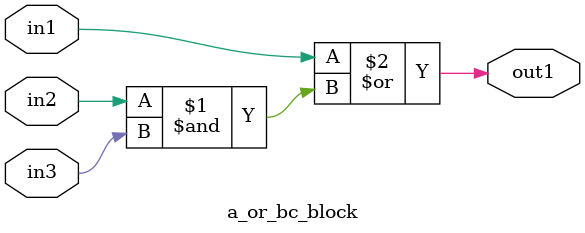
<source format=v>

module a_or_bc_block(input in1,in2,in3,
                     output out1);

assign out1 = in1|(in2 & in3);

endmodule

</source>
